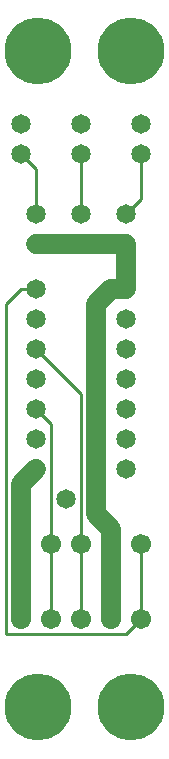
<source format=gtl>
%MOIN*%
%FSLAX25Y25*%
G04 D10 used for Character Trace; *
G04     Circle (OD=.01000) (No hole)*
G04 D11 used for Power Trace; *
G04     Circle (OD=.06500) (No hole)*
G04 D12 used for Signal Trace; *
G04     Circle (OD=.01100) (No hole)*
G04 D13 used for Via; *
G04     Circle (OD=.05800) (Round. Hole ID=.02800)*
G04 D14 used for Component hole; *
G04     Circle (OD=.06500) (Round. Hole ID=.03500)*
G04 D15 used for Component hole; *
G04     Circle (OD=.06700) (Round. Hole ID=.04300)*
G04 D16 used for Component hole; *
G04     Circle (OD=.08100) (Round. Hole ID=.05100)*
G04 D17 used for Component hole; *
G04     Circle (OD=.08900) (Round. Hole ID=.05900)*
G04 D18 used for Component hole; *
G04     Circle (OD=.11300) (Round. Hole ID=.08300)*
G04 D19 used for Component hole; *
G04     Circle (OD=.16000) (Round. Hole ID=.13000)*
G04 D20 used for Component hole; *
G04     Circle (OD=.18300) (Round. Hole ID=.15300)*
G04 D21 used for Component hole; *
G04     Circle (OD=.22291) (Round. Hole ID=.19291)*
%ADD10C,.01000*%
%ADD11C,.06500*%
%ADD12C,.01100*%
%ADD13C,.05800*%
%ADD14C,.06500*%
%ADD15C,.06700*%
%ADD16C,.08100*%
%ADD17C,.08900*%
%ADD18C,.11300*%
%ADD19C,.16000*%
%ADD20C,.18300*%
%ADD21C,.22291*%
%IPPOS*%
%LPD*%
G90*X0Y0D02*D21*X15625Y15625D03*D12*              
X5000Y40000D02*X45000D01*X50000Y45000D01*D15*D03* 
D12*Y70000D01*D15*D03*D11*X40000D02*Y75000D01*D15*
Y70000D03*D11*Y45000D01*D15*D03*X30000D03*D12*    
Y70000D01*D15*D03*D12*Y120000D01*X15000Y135000D01*
D14*D03*Y145000D03*Y125000D03*D12*X5000Y40000D02* 
Y150000D01*D15*X10000Y45000D03*D11*Y70000D01*D15* 
D03*D11*Y90000D01*X15000Y95000D01*D14*D03*        
X25000Y85000D03*X15000Y105000D03*D12*             
X20000Y70000D02*Y110000D01*D15*Y70000D03*D12*     
Y45000D01*D15*D03*D11*X40000Y75000D02*            
X35000Y80000D01*Y85000D01*D14*D03*D11*Y150000D01* 
X40000Y155000D01*X45000D01*D14*D03*D11*Y170000D01*
D14*D03*D11*X30000D01*D14*D03*D11*X15000D01*D14*  
D03*Y180000D03*D12*Y195000D01*X10000Y200000D01*   
D14*D03*Y210000D03*X30000Y180000D03*D12*          
Y200000D01*D14*D03*Y210000D03*D12*                
X45000Y180000D02*X50000Y185000D01*D14*            
X45000Y180000D03*D12*X50000Y185000D02*Y200000D01* 
D14*D03*Y210000D03*D21*X15625Y234375D03*X46875D03*
D12*X5000Y150000D02*X10000Y155000D01*X15000D01*   
D14*D03*X45000Y125000D03*Y135000D03*Y145000D03*   
X15000Y115000D03*D12*X20000Y110000D01*D14*        
X45000Y95000D03*Y105000D03*Y115000D03*D21*        
X46875Y15625D03*M02*                              

</source>
